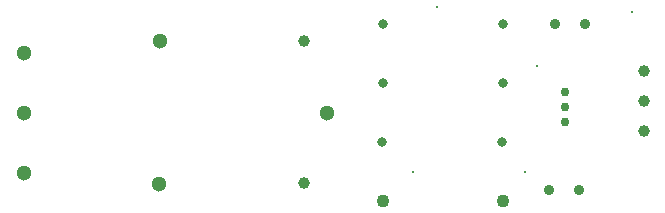
<source format=gbr>
%TF.GenerationSoftware,KiCad,Pcbnew,9.0.4*%
%TF.CreationDate,2025-10-31T12:34:27+05:30*%
%TF.ProjectId,5V_relay_module,35565f72-656c-4617-995f-6d6f64756c65,rev?*%
%TF.SameCoordinates,Original*%
%TF.FileFunction,Plated,1,2,PTH,Drill*%
%TF.FilePolarity,Positive*%
%FSLAX46Y46*%
G04 Gerber Fmt 4.6, Leading zero omitted, Abs format (unit mm)*
G04 Created by KiCad (PCBNEW 9.0.4) date 2025-10-31 12:34:27*
%MOMM*%
%LPD*%
G01*
G04 APERTURE LIST*
%TA.AperFunction,ViaDrill*%
%ADD10C,0.300000*%
%TD*%
%TA.AperFunction,ComponentDrill*%
%ADD11C,0.750000*%
%TD*%
%TA.AperFunction,ComponentDrill*%
%ADD12C,0.800000*%
%TD*%
%TA.AperFunction,ComponentDrill*%
%ADD13C,0.900000*%
%TD*%
%TA.AperFunction,ComponentDrill*%
%ADD14C,1.000000*%
%TD*%
%TA.AperFunction,ComponentDrill*%
%ADD15C,1.100000*%
%TD*%
%TA.AperFunction,ComponentDrill*%
%ADD16C,1.300000*%
%TD*%
G04 APERTURE END LIST*
D10*
X155000000Y-128000000D03*
X157000000Y-114000000D03*
X164500000Y-128000000D03*
X165500000Y-119000000D03*
X173500000Y-114500000D03*
D11*
%TO.C,Q1*%
X167870000Y-121230000D03*
X167870000Y-122500000D03*
X167870000Y-123770000D03*
D12*
%TO.C,R3*%
X152340000Y-125500000D03*
%TO.C,R1*%
X152420000Y-115500000D03*
%TO.C,R2*%
X152420000Y-120500000D03*
%TO.C,R3*%
X162500000Y-125500000D03*
%TO.C,R1*%
X162580000Y-115500000D03*
%TO.C,R2*%
X162580000Y-120500000D03*
D13*
%TO.C,RED*%
X166460000Y-129500000D03*
%TO.C,GREEN*%
X166960000Y-115500000D03*
%TO.C,RED*%
X169000000Y-129500000D03*
%TO.C,GREEN*%
X169500000Y-115500000D03*
D14*
%TO.C,K1*%
X145750000Y-116950000D03*
X145750000Y-128950000D03*
%TO.C,J1*%
X174500000Y-119420000D03*
X174500000Y-121960000D03*
X174500000Y-124500000D03*
D15*
%TO.C,D3*%
X152420000Y-130500000D03*
X162580000Y-130500000D03*
D16*
%TO.C,J2*%
X122000000Y-117920000D03*
X122000000Y-123000000D03*
X122000000Y-128080000D03*
%TO.C,K1*%
X133500000Y-129000000D03*
X133550000Y-116950000D03*
X147700000Y-123000000D03*
M02*

</source>
